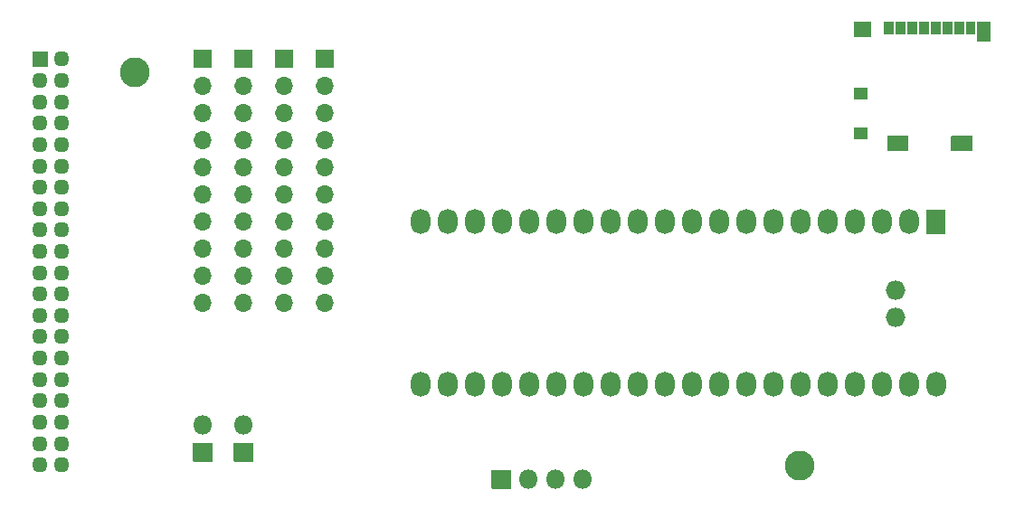
<source format=gbr>
%TF.GenerationSoftware,KiCad,Pcbnew,(5.1.10)-1*%
%TF.CreationDate,2021-06-14T15:07:00+02:00*%
%TF.ProjectId,bluepill_scsi,626c7565-7069-46c6-9c5f-736373692e6b,rev?*%
%TF.SameCoordinates,Original*%
%TF.FileFunction,Soldermask,Top*%
%TF.FilePolarity,Negative*%
%FSLAX46Y46*%
G04 Gerber Fmt 4.6, Leading zero omitted, Abs format (unit mm)*
G04 Created by KiCad (PCBNEW (5.1.10)-1) date 2021-06-14 15:07:00*
%MOMM*%
%LPD*%
G01*
G04 APERTURE LIST*
%ADD10C,2.800000*%
%ADD11O,1.827200X1.827200*%
%ADD12O,1.827200X2.350000*%
%ADD13O,1.700000X1.700000*%
%ADD14O,1.800000X1.800000*%
%ADD15O,1.450000X1.450000*%
G04 APERTURE END LIST*
D10*
%TO.C,H2*%
X156210000Y-86360000D03*
%TD*%
%TO.C,H1*%
X218440000Y-123190000D03*
%TD*%
D11*
%TO.C,U1*%
X227380800Y-106690000D03*
X227380800Y-109230000D03*
D12*
X231241600Y-115570000D03*
X228650800Y-115570000D03*
X226110800Y-115570000D03*
X223570800Y-115570000D03*
X221030800Y-115570000D03*
X218490800Y-115570000D03*
X215950800Y-115570000D03*
X213410800Y-115570000D03*
X210870800Y-115570000D03*
X208330800Y-115570000D03*
X205790800Y-115570000D03*
X203250800Y-115570000D03*
X200710800Y-115570000D03*
X198170800Y-115570000D03*
X195630800Y-115570000D03*
X193090800Y-115570000D03*
X190550800Y-115570000D03*
X188010800Y-115570000D03*
X185470800Y-115570000D03*
X182930800Y-115570000D03*
X182930800Y-100330000D03*
X185470800Y-100330000D03*
X188010800Y-100330000D03*
X190550800Y-100330000D03*
X193090800Y-100330000D03*
X195630800Y-100330000D03*
X198170800Y-100330000D03*
X200710800Y-100330000D03*
X203250800Y-100330000D03*
X205790800Y-100330000D03*
X208330800Y-100330000D03*
X210870800Y-100330000D03*
X213410800Y-100330000D03*
X215950800Y-100330000D03*
X218490800Y-100330000D03*
X221030800Y-100330000D03*
X223570800Y-100330000D03*
X226110800Y-100330000D03*
X228650800Y-100330000D03*
G36*
G01*
X232104400Y-99205000D02*
X232104400Y-101455000D01*
G75*
G02*
X232054400Y-101505000I-50000J0D01*
G01*
X230327200Y-101505000D01*
G75*
G02*
X230277200Y-101455000I0J50000D01*
G01*
X230277200Y-99205000D01*
G75*
G02*
X230327200Y-99155000I50000J0D01*
G01*
X232054400Y-99155000D01*
G75*
G02*
X232104400Y-99205000I0J-50000D01*
G01*
G37*
%TD*%
D13*
%TO.C,RN4*%
X173990000Y-107950000D03*
X173990000Y-105410000D03*
X173990000Y-102870000D03*
X173990000Y-100330000D03*
X173990000Y-97790000D03*
X173990000Y-95250000D03*
X173990000Y-92710000D03*
X173990000Y-90170000D03*
X173990000Y-87630000D03*
G36*
G01*
X173190000Y-84240000D02*
X174790000Y-84240000D01*
G75*
G02*
X174840000Y-84290000I0J-50000D01*
G01*
X174840000Y-85890000D01*
G75*
G02*
X174790000Y-85940000I-50000J0D01*
G01*
X173190000Y-85940000D01*
G75*
G02*
X173140000Y-85890000I0J50000D01*
G01*
X173140000Y-84290000D01*
G75*
G02*
X173190000Y-84240000I50000J0D01*
G01*
G37*
%TD*%
%TO.C,RN3*%
X170180000Y-107950000D03*
X170180000Y-105410000D03*
X170180000Y-102870000D03*
X170180000Y-100330000D03*
X170180000Y-97790000D03*
X170180000Y-95250000D03*
X170180000Y-92710000D03*
X170180000Y-90170000D03*
X170180000Y-87630000D03*
G36*
G01*
X169380000Y-84240000D02*
X170980000Y-84240000D01*
G75*
G02*
X171030000Y-84290000I0J-50000D01*
G01*
X171030000Y-85890000D01*
G75*
G02*
X170980000Y-85940000I-50000J0D01*
G01*
X169380000Y-85940000D01*
G75*
G02*
X169330000Y-85890000I0J50000D01*
G01*
X169330000Y-84290000D01*
G75*
G02*
X169380000Y-84240000I50000J0D01*
G01*
G37*
%TD*%
%TO.C,RN2*%
G36*
G01*
X165570000Y-84240000D02*
X167170000Y-84240000D01*
G75*
G02*
X167220000Y-84290000I0J-50000D01*
G01*
X167220000Y-85890000D01*
G75*
G02*
X167170000Y-85940000I-50000J0D01*
G01*
X165570000Y-85940000D01*
G75*
G02*
X165520000Y-85890000I0J50000D01*
G01*
X165520000Y-84290000D01*
G75*
G02*
X165570000Y-84240000I50000J0D01*
G01*
G37*
X166370000Y-87630000D03*
X166370000Y-90170000D03*
X166370000Y-92710000D03*
X166370000Y-95250000D03*
X166370000Y-97790000D03*
X166370000Y-100330000D03*
X166370000Y-102870000D03*
X166370000Y-105410000D03*
X166370000Y-107950000D03*
%TD*%
%TO.C,RN1*%
X162560000Y-107950000D03*
X162560000Y-105410000D03*
X162560000Y-102870000D03*
X162560000Y-100330000D03*
X162560000Y-97790000D03*
X162560000Y-95250000D03*
X162560000Y-92710000D03*
X162560000Y-90170000D03*
X162560000Y-87630000D03*
G36*
G01*
X161760000Y-84240000D02*
X163360000Y-84240000D01*
G75*
G02*
X163410000Y-84290000I0J-50000D01*
G01*
X163410000Y-85890000D01*
G75*
G02*
X163360000Y-85940000I-50000J0D01*
G01*
X161760000Y-85940000D01*
G75*
G02*
X161710000Y-85890000I0J50000D01*
G01*
X161710000Y-84290000D01*
G75*
G02*
X161760000Y-84240000I50000J0D01*
G01*
G37*
%TD*%
D14*
%TO.C,JP2*%
X162560000Y-119380000D03*
G36*
G01*
X163460000Y-121070000D02*
X163460000Y-122770000D01*
G75*
G02*
X163410000Y-122820000I-50000J0D01*
G01*
X161710000Y-122820000D01*
G75*
G02*
X161660000Y-122770000I0J50000D01*
G01*
X161660000Y-121070000D01*
G75*
G02*
X161710000Y-121020000I50000J0D01*
G01*
X163410000Y-121020000D01*
G75*
G02*
X163460000Y-121070000I0J-50000D01*
G01*
G37*
%TD*%
%TO.C,JP1*%
X166370000Y-119380000D03*
G36*
G01*
X167270000Y-121070000D02*
X167270000Y-122770000D01*
G75*
G02*
X167220000Y-122820000I-50000J0D01*
G01*
X165520000Y-122820000D01*
G75*
G02*
X165470000Y-122770000I0J50000D01*
G01*
X165470000Y-121070000D01*
G75*
G02*
X165520000Y-121020000I50000J0D01*
G01*
X167220000Y-121020000D01*
G75*
G02*
X167270000Y-121070000I0J-50000D01*
G01*
G37*
%TD*%
D15*
%TO.C,J5*%
X149320000Y-123090000D03*
X147320000Y-123090000D03*
X149320000Y-121090000D03*
X147320000Y-121090000D03*
X149320000Y-119090000D03*
X147320000Y-119090000D03*
X149320000Y-117090000D03*
X147320000Y-117090000D03*
X149320000Y-115090000D03*
X147320000Y-115090000D03*
X149320000Y-113090000D03*
X147320000Y-113090000D03*
X149320000Y-111090000D03*
X147320000Y-111090000D03*
X149320000Y-109090000D03*
X147320000Y-109090000D03*
X149320000Y-107090000D03*
X147320000Y-107090000D03*
X149320000Y-105090000D03*
X147320000Y-105090000D03*
X149320000Y-103090000D03*
X147320000Y-103090000D03*
X149320000Y-101090000D03*
X147320000Y-101090000D03*
X149320000Y-99090000D03*
X147320000Y-99090000D03*
X149320000Y-97090000D03*
X147320000Y-97090000D03*
X149320000Y-95090000D03*
X147320000Y-95090000D03*
X149320000Y-93090000D03*
X147320000Y-93090000D03*
X149320000Y-91090000D03*
X147320000Y-91090000D03*
X149320000Y-89090000D03*
X147320000Y-89090000D03*
X149320000Y-87090000D03*
X147320000Y-87090000D03*
X149320000Y-85090000D03*
G36*
G01*
X146595000Y-85765000D02*
X146595000Y-84415000D01*
G75*
G02*
X146645000Y-84365000I50000J0D01*
G01*
X147995000Y-84365000D01*
G75*
G02*
X148045000Y-84415000I0J-50000D01*
G01*
X148045000Y-85765000D01*
G75*
G02*
X147995000Y-85815000I-50000J0D01*
G01*
X146645000Y-85815000D01*
G75*
G02*
X146595000Y-85765000I0J50000D01*
G01*
G37*
%TD*%
%TO.C,J3*%
G36*
G01*
X191350000Y-125360000D02*
X189650000Y-125360000D01*
G75*
G02*
X189600000Y-125310000I0J50000D01*
G01*
X189600000Y-123610000D01*
G75*
G02*
X189650000Y-123560000I50000J0D01*
G01*
X191350000Y-123560000D01*
G75*
G02*
X191400000Y-123610000I0J-50000D01*
G01*
X191400000Y-125310000D01*
G75*
G02*
X191350000Y-125360000I-50000J0D01*
G01*
G37*
D14*
X193040000Y-124460000D03*
X195580000Y-124460000D03*
X198120000Y-124460000D03*
%TD*%
%TO.C,MicroSD*%
G36*
G01*
X226290000Y-82730000D02*
X226290000Y-81630000D01*
G75*
G02*
X226340000Y-81580000I50000J0D01*
G01*
X227190000Y-81580000D01*
G75*
G02*
X227240000Y-81630000I0J-50000D01*
G01*
X227240000Y-82730000D01*
G75*
G02*
X227190000Y-82780000I-50000J0D01*
G01*
X226340000Y-82780000D01*
G75*
G02*
X226290000Y-82730000I0J50000D01*
G01*
G37*
G36*
G01*
X233990000Y-82730000D02*
X233990000Y-81630000D01*
G75*
G02*
X234040000Y-81580000I50000J0D01*
G01*
X234790000Y-81580000D01*
G75*
G02*
X234840000Y-81630000I0J-50000D01*
G01*
X234840000Y-82730000D01*
G75*
G02*
X234790000Y-82780000I-50000J0D01*
G01*
X234040000Y-82780000D01*
G75*
G02*
X233990000Y-82730000I0J50000D01*
G01*
G37*
G36*
G01*
X227390000Y-82730000D02*
X227390000Y-81630000D01*
G75*
G02*
X227440000Y-81580000I50000J0D01*
G01*
X228290000Y-81580000D01*
G75*
G02*
X228340000Y-81630000I0J-50000D01*
G01*
X228340000Y-82730000D01*
G75*
G02*
X228290000Y-82780000I-50000J0D01*
G01*
X227440000Y-82780000D01*
G75*
G02*
X227390000Y-82730000I0J50000D01*
G01*
G37*
G36*
G01*
X228490000Y-82730000D02*
X228490000Y-81630000D01*
G75*
G02*
X228540000Y-81580000I50000J0D01*
G01*
X229390000Y-81580000D01*
G75*
G02*
X229440000Y-81630000I0J-50000D01*
G01*
X229440000Y-82730000D01*
G75*
G02*
X229390000Y-82780000I-50000J0D01*
G01*
X228540000Y-82780000D01*
G75*
G02*
X228490000Y-82730000I0J50000D01*
G01*
G37*
G36*
G01*
X229590000Y-82730000D02*
X229590000Y-81630000D01*
G75*
G02*
X229640000Y-81580000I50000J0D01*
G01*
X230490000Y-81580000D01*
G75*
G02*
X230540000Y-81630000I0J-50000D01*
G01*
X230540000Y-82730000D01*
G75*
G02*
X230490000Y-82780000I-50000J0D01*
G01*
X229640000Y-82780000D01*
G75*
G02*
X229590000Y-82730000I0J50000D01*
G01*
G37*
G36*
G01*
X230690000Y-82730000D02*
X230690000Y-81630000D01*
G75*
G02*
X230740000Y-81580000I50000J0D01*
G01*
X231590000Y-81580000D01*
G75*
G02*
X231640000Y-81630000I0J-50000D01*
G01*
X231640000Y-82730000D01*
G75*
G02*
X231590000Y-82780000I-50000J0D01*
G01*
X230740000Y-82780000D01*
G75*
G02*
X230690000Y-82730000I0J50000D01*
G01*
G37*
G36*
G01*
X231790000Y-82730000D02*
X231790000Y-81630000D01*
G75*
G02*
X231840000Y-81580000I50000J0D01*
G01*
X232690000Y-81580000D01*
G75*
G02*
X232740000Y-81630000I0J-50000D01*
G01*
X232740000Y-82730000D01*
G75*
G02*
X232690000Y-82780000I-50000J0D01*
G01*
X231840000Y-82780000D01*
G75*
G02*
X231790000Y-82730000I0J50000D01*
G01*
G37*
G36*
G01*
X232890000Y-82730000D02*
X232890000Y-81630000D01*
G75*
G02*
X232940000Y-81580000I50000J0D01*
G01*
X233790000Y-81580000D01*
G75*
G02*
X233840000Y-81630000I0J-50000D01*
G01*
X233840000Y-82730000D01*
G75*
G02*
X233790000Y-82780000I-50000J0D01*
G01*
X232940000Y-82780000D01*
G75*
G02*
X232890000Y-82730000I0J50000D01*
G01*
G37*
G36*
G01*
X234990000Y-83430000D02*
X234990000Y-81630000D01*
G75*
G02*
X235040000Y-81580000I50000J0D01*
G01*
X236210000Y-81580000D01*
G75*
G02*
X236260000Y-81630000I0J-50000D01*
G01*
X236260000Y-83430000D01*
G75*
G02*
X236210000Y-83480000I-50000J0D01*
G01*
X235040000Y-83480000D01*
G75*
G02*
X234990000Y-83430000I0J50000D01*
G01*
G37*
G36*
G01*
X223480000Y-82980000D02*
X223480000Y-81630000D01*
G75*
G02*
X223530000Y-81580000I50000J0D01*
G01*
X225080000Y-81580000D01*
G75*
G02*
X225130000Y-81630000I0J-50000D01*
G01*
X225130000Y-82980000D01*
G75*
G02*
X225080000Y-83030000I-50000J0D01*
G01*
X223530000Y-83030000D01*
G75*
G02*
X223480000Y-82980000I0J50000D01*
G01*
G37*
G36*
G01*
X223480000Y-92530000D02*
X223480000Y-91530000D01*
G75*
G02*
X223530000Y-91480000I50000J0D01*
G01*
X224730000Y-91480000D01*
G75*
G02*
X224780000Y-91530000I0J-50000D01*
G01*
X224780000Y-92530000D01*
G75*
G02*
X224730000Y-92580000I-50000J0D01*
G01*
X223530000Y-92580000D01*
G75*
G02*
X223480000Y-92530000I0J50000D01*
G01*
G37*
G36*
G01*
X223480000Y-88830000D02*
X223480000Y-87830000D01*
G75*
G02*
X223530000Y-87780000I50000J0D01*
G01*
X224730000Y-87780000D01*
G75*
G02*
X224780000Y-87830000I0J-50000D01*
G01*
X224780000Y-88830000D01*
G75*
G02*
X224730000Y-88880000I-50000J0D01*
G01*
X223530000Y-88880000D01*
G75*
G02*
X223480000Y-88830000I0J50000D01*
G01*
G37*
G36*
G01*
X226630000Y-93680000D02*
X226630000Y-92330000D01*
G75*
G02*
X226680000Y-92280000I50000J0D01*
G01*
X228580000Y-92280000D01*
G75*
G02*
X228630000Y-92330000I0J-50000D01*
G01*
X228630000Y-93680000D01*
G75*
G02*
X228580000Y-93730000I-50000J0D01*
G01*
X226680000Y-93730000D01*
G75*
G02*
X226630000Y-93680000I0J50000D01*
G01*
G37*
G36*
G01*
X232600000Y-93680000D02*
X232600000Y-92330000D01*
G75*
G02*
X232650000Y-92280000I50000J0D01*
G01*
X234550000Y-92280000D01*
G75*
G02*
X234600000Y-92330000I0J-50000D01*
G01*
X234600000Y-93680000D01*
G75*
G02*
X234550000Y-93730000I-50000J0D01*
G01*
X232650000Y-93730000D01*
G75*
G02*
X232600000Y-93680000I0J50000D01*
G01*
G37*
%TD*%
M02*

</source>
